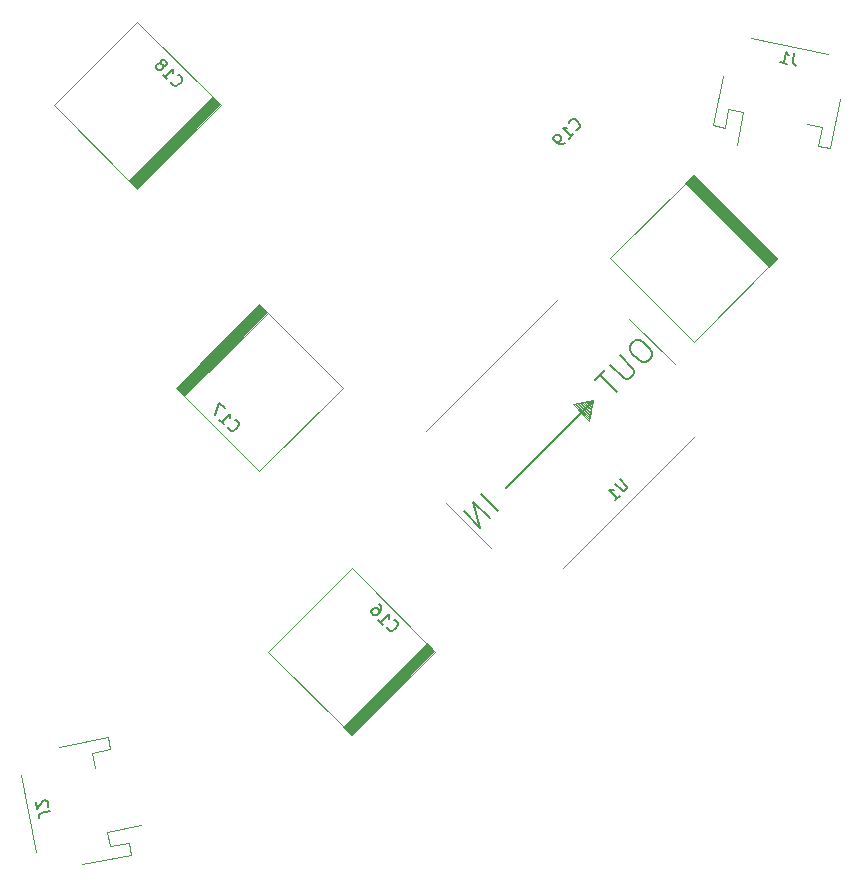
<source format=gbo>
G04 #@! TF.GenerationSoftware,KiCad,Pcbnew,5.1.4+dfsg1-1*
G04 #@! TF.CreationDate,2019-11-16T18:33:33+01:00*
G04 #@! TF.ProjectId,LED-Polyhedron,4c45442d-506f-46c7-9968-6564726f6e2e,rev?*
G04 #@! TF.SameCoordinates,Original*
G04 #@! TF.FileFunction,Legend,Bot*
G04 #@! TF.FilePolarity,Positive*
%FSLAX46Y46*%
G04 Gerber Fmt 4.6, Leading zero omitted, Abs format (unit mm)*
G04 Created by KiCad (PCBNEW 5.1.4+dfsg1-1) date 2019-11-16 18:33:33*
%MOMM*%
%LPD*%
G04 APERTURE LIST*
%ADD10C,0.100000*%
%ADD11C,0.200000*%
%ADD12C,0.120000*%
%ADD13C,0.150000*%
G04 APERTURE END LIST*
D10*
X56390862Y-59745076D02*
X52572485Y-55926699D01*
X71947211Y-44188727D02*
X68128834Y-40370350D01*
X50875429Y-49845581D02*
X62047716Y-38673294D01*
X62471980Y-61442132D02*
X73644267Y-50269845D01*
D11*
X57663654Y-54653907D02*
X65017564Y-47299997D01*
D10*
X65088275Y-47229286D02*
X64734722Y-48997053D01*
X64734722Y-48997053D02*
X63320508Y-47582839D01*
X63320508Y-47582839D02*
X65088275Y-47229286D01*
X63497285Y-47618195D02*
X64699366Y-48820276D01*
X63603351Y-47582839D02*
X64699366Y-48678855D01*
X64770077Y-48608144D02*
X63674062Y-47512129D01*
X63815483Y-47512129D02*
X64805432Y-48502078D01*
X64840788Y-48396012D02*
X63956904Y-47512129D01*
X64062970Y-47476773D02*
X64805432Y-48219235D01*
X64805432Y-48219235D02*
X64840788Y-48113169D01*
X64840788Y-48113169D02*
X64204392Y-47476773D01*
X64204392Y-47476773D02*
X64310458Y-47441418D01*
X64310458Y-47441418D02*
X64876143Y-48007103D01*
X64876143Y-48007103D02*
X64876143Y-47865682D01*
X64876143Y-47865682D02*
X64416524Y-47406063D01*
X64416524Y-47406063D02*
X64557945Y-47406063D01*
X64557945Y-47406063D02*
X64911498Y-47759616D01*
X64911498Y-47759616D02*
X64946854Y-47653550D01*
X64946854Y-47653550D02*
X64664011Y-47370707D01*
X64664011Y-47370707D02*
X64770077Y-47335352D01*
X64770077Y-47335352D02*
X64982209Y-47547484D01*
X64982209Y-47547484D02*
X64982209Y-47406063D01*
X64982209Y-47406063D02*
X64876143Y-47299997D01*
X64876143Y-47299997D02*
X63426574Y-47618195D01*
X65017564Y-47370707D02*
X64699366Y-48890987D01*
X64699366Y-48890987D02*
X64699366Y-48608144D01*
G36*
X80591246Y-35280889D02*
G01*
X79919495Y-35952641D01*
X72848427Y-28881573D01*
X73555534Y-28174466D01*
X80591246Y-35280889D01*
G37*
X80591246Y-35280889D02*
X79919495Y-35952641D01*
X72848427Y-28881573D01*
X73555534Y-28174466D01*
X80591246Y-35280889D01*
X66484466Y-35245534D02*
X73555534Y-28174466D01*
X73555534Y-42316602D02*
X66484466Y-35245534D01*
X80626602Y-35245534D02*
X73555534Y-42316602D01*
X73555534Y-28174466D02*
X80626602Y-35245534D01*
G36*
X44589111Y-75601246D02*
G01*
X43917359Y-74929495D01*
X50988427Y-67858427D01*
X51695534Y-68565534D01*
X44589111Y-75601246D01*
G37*
X44589111Y-75601246D02*
X43917359Y-74929495D01*
X50988427Y-67858427D01*
X51695534Y-68565534D01*
X44589111Y-75601246D01*
X44624466Y-61494466D02*
X51695534Y-68565534D01*
X37553398Y-68565534D02*
X44624466Y-61494466D01*
X44624466Y-75636602D02*
X37553398Y-68565534D01*
X51695534Y-68565534D02*
X44624466Y-75636602D01*
G36*
X36820889Y-39178754D02*
G01*
X37492641Y-39850505D01*
X30421573Y-46921573D01*
X29714466Y-46214466D01*
X36820889Y-39178754D01*
G37*
X36820889Y-39178754D02*
X37492641Y-39850505D01*
X30421573Y-46921573D01*
X29714466Y-46214466D01*
X36820889Y-39178754D01*
X36785534Y-53285534D02*
X29714466Y-46214466D01*
X43856602Y-46214466D02*
X36785534Y-53285534D01*
X36785534Y-39143398D02*
X43856602Y-46214466D01*
X29714466Y-46214466D02*
X36785534Y-39143398D01*
G36*
X26429111Y-29321246D02*
G01*
X25757359Y-28649495D01*
X32828427Y-21578427D01*
X33535534Y-22285534D01*
X26429111Y-29321246D01*
G37*
X26429111Y-29321246D02*
X25757359Y-28649495D01*
X32828427Y-21578427D01*
X33535534Y-22285534D01*
X26429111Y-29321246D01*
X26464466Y-15214466D02*
X33535534Y-22285534D01*
X19393398Y-22285534D02*
X26464466Y-15214466D01*
X26464466Y-29356602D02*
X19393398Y-22285534D01*
X33535534Y-22285534D02*
X26464466Y-29356602D01*
D12*
X78381914Y-16635559D02*
X84939183Y-17910163D01*
X84439490Y-24149451D02*
X83183008Y-23905215D01*
X84134196Y-25720054D02*
X84439490Y-24149451D01*
X85135456Y-25914679D02*
X84134196Y-25720054D01*
X85946394Y-21742764D02*
X85135456Y-25914679D01*
X77764426Y-22851950D02*
X77212988Y-25688852D01*
X76507943Y-22607714D02*
X77764426Y-22851950D01*
X76202648Y-24178318D02*
X76507943Y-22607714D01*
X75201389Y-23983692D02*
X76202648Y-24178318D01*
X76012327Y-19811777D02*
X75201389Y-23983692D01*
X21742764Y-86546394D02*
X25914679Y-85735456D01*
X25914679Y-85735456D02*
X25720054Y-84734196D01*
X25720054Y-84734196D02*
X24149451Y-85039490D01*
X24149451Y-85039490D02*
X23905215Y-83783008D01*
X23905215Y-83783008D02*
X26742118Y-83231570D01*
X19811777Y-76612327D02*
X23983692Y-75801389D01*
X23983692Y-75801389D02*
X24178318Y-76802648D01*
X24178318Y-76802648D02*
X22607714Y-77107943D01*
X22607714Y-77107943D02*
X22851950Y-78364426D01*
X17910163Y-85539183D02*
X16635559Y-78981914D01*
D13*
X67301522Y-53924026D02*
X67873942Y-54496446D01*
X67907614Y-54597461D01*
X67907614Y-54664805D01*
X67873942Y-54765820D01*
X67739255Y-54900507D01*
X67638240Y-54934179D01*
X67570896Y-54934179D01*
X67469881Y-54900507D01*
X66897461Y-54328087D01*
X66897461Y-55742301D02*
X67301522Y-55338240D01*
X67099492Y-55540270D02*
X66392385Y-54833164D01*
X66560744Y-54866835D01*
X66695431Y-54866835D01*
X66796446Y-54833164D01*
X56993585Y-56603501D02*
X55579372Y-55189288D01*
X56320150Y-57276936D02*
X54905937Y-55862723D01*
X55512028Y-58085058D01*
X54097815Y-56670845D01*
X68521110Y-42247550D02*
X68251736Y-42516924D01*
X68184392Y-42718954D01*
X68184392Y-42988328D01*
X68386423Y-43325046D01*
X68857827Y-43796450D01*
X69194545Y-43998481D01*
X69463919Y-43998481D01*
X69665949Y-43931137D01*
X69935323Y-43661763D01*
X70002667Y-43459733D01*
X70002667Y-43190359D01*
X69800636Y-42853641D01*
X69329232Y-42382237D01*
X68992514Y-42180206D01*
X68723140Y-42180206D01*
X68521110Y-42247550D01*
X67308927Y-43459733D02*
X68453766Y-44604572D01*
X68521110Y-44806603D01*
X68521110Y-44941290D01*
X68453766Y-45143320D01*
X68184392Y-45412694D01*
X67982362Y-45480038D01*
X67847675Y-45480038D01*
X67645644Y-45412694D01*
X66500805Y-44267855D01*
X66029400Y-44739259D02*
X65221278Y-45547381D01*
X67039553Y-46557534D02*
X65625339Y-45143320D01*
X63585328Y-24366191D02*
X63652672Y-24366191D01*
X63787359Y-24298847D01*
X63854702Y-24231504D01*
X63922046Y-24096817D01*
X63922046Y-23962130D01*
X63888374Y-23861115D01*
X63787359Y-23692756D01*
X63686344Y-23591741D01*
X63517985Y-23490725D01*
X63416970Y-23457054D01*
X63282283Y-23457054D01*
X63147596Y-23524397D01*
X63080252Y-23591741D01*
X63012909Y-23726428D01*
X63012909Y-23793771D01*
X62979237Y-25106970D02*
X63383298Y-24702909D01*
X63181267Y-24904939D02*
X62474160Y-24197832D01*
X62642519Y-24231504D01*
X62777206Y-24231504D01*
X62878222Y-24197832D01*
X62642519Y-25443687D02*
X62507832Y-25578374D01*
X62406817Y-25612046D01*
X62339473Y-25612046D01*
X62171115Y-25578374D01*
X62002756Y-25477359D01*
X61733382Y-25207985D01*
X61699710Y-25106970D01*
X61699710Y-25039626D01*
X61733382Y-24938611D01*
X61868069Y-24803924D01*
X61969084Y-24770252D01*
X62036428Y-24770252D01*
X62137443Y-24803924D01*
X62305802Y-24972283D01*
X62339473Y-25073298D01*
X62339473Y-25140641D01*
X62305802Y-25241657D01*
X62171115Y-25376344D01*
X62070099Y-25410015D01*
X62002756Y-25410015D01*
X61901741Y-25376344D01*
X47602030Y-66457106D02*
X47602030Y-66524450D01*
X47669374Y-66659137D01*
X47736717Y-66726480D01*
X47871404Y-66793824D01*
X48006091Y-66793824D01*
X48107106Y-66760152D01*
X48275465Y-66659137D01*
X48376480Y-66558122D01*
X48477496Y-66389763D01*
X48511167Y-66288748D01*
X48511167Y-66154061D01*
X48443824Y-66019374D01*
X48376480Y-65952030D01*
X48241793Y-65884687D01*
X48174450Y-65884687D01*
X46861251Y-65851015D02*
X47265312Y-66255076D01*
X47063282Y-66053045D02*
X47770389Y-65345938D01*
X47736717Y-65514297D01*
X47736717Y-65648984D01*
X47770389Y-65750000D01*
X46962267Y-64537816D02*
X47096954Y-64672503D01*
X47130625Y-64773519D01*
X47130625Y-64840862D01*
X47096954Y-65009221D01*
X46995938Y-65177580D01*
X46726564Y-65446954D01*
X46625549Y-65480625D01*
X46558206Y-65480625D01*
X46457190Y-65446954D01*
X46322503Y-65312267D01*
X46288832Y-65211251D01*
X46288832Y-65143908D01*
X46322503Y-65042893D01*
X46490862Y-64874534D01*
X46591877Y-64840862D01*
X46659221Y-64840862D01*
X46760236Y-64874534D01*
X46894923Y-65009221D01*
X46928595Y-65110236D01*
X46928595Y-65177580D01*
X46894923Y-65278595D01*
X34152030Y-49507106D02*
X34152030Y-49574450D01*
X34219374Y-49709137D01*
X34286717Y-49776480D01*
X34421404Y-49843824D01*
X34556091Y-49843824D01*
X34657106Y-49810152D01*
X34825465Y-49709137D01*
X34926480Y-49608122D01*
X35027496Y-49439763D01*
X35061167Y-49338748D01*
X35061167Y-49204061D01*
X34993824Y-49069374D01*
X34926480Y-49002030D01*
X34791793Y-48934687D01*
X34724450Y-48934687D01*
X33411251Y-48901015D02*
X33815312Y-49305076D01*
X33613282Y-49103045D02*
X34320389Y-48395938D01*
X34286717Y-48564297D01*
X34286717Y-48698984D01*
X34320389Y-48800000D01*
X33882656Y-47958206D02*
X33411251Y-47486801D01*
X33007190Y-48496954D01*
X29352030Y-20307106D02*
X29352030Y-20374450D01*
X29419374Y-20509137D01*
X29486717Y-20576480D01*
X29621404Y-20643824D01*
X29756091Y-20643824D01*
X29857106Y-20610152D01*
X30025465Y-20509137D01*
X30126480Y-20408122D01*
X30227496Y-20239763D01*
X30261167Y-20138748D01*
X30261167Y-20004061D01*
X30193824Y-19869374D01*
X30126480Y-19802030D01*
X29991793Y-19734687D01*
X29924450Y-19734687D01*
X28611251Y-19701015D02*
X29015312Y-20105076D01*
X28813282Y-19903045D02*
X29520389Y-19195938D01*
X29486717Y-19364297D01*
X29486717Y-19498984D01*
X29520389Y-19600000D01*
X28611251Y-18892893D02*
X28712267Y-18926564D01*
X28779610Y-18926564D01*
X28880625Y-18892893D01*
X28914297Y-18859221D01*
X28947969Y-18758206D01*
X28947969Y-18690862D01*
X28914297Y-18589847D01*
X28779610Y-18455160D01*
X28678595Y-18421488D01*
X28611251Y-18421488D01*
X28510236Y-18455160D01*
X28476564Y-18488832D01*
X28442893Y-18589847D01*
X28442893Y-18657190D01*
X28476564Y-18758206D01*
X28611251Y-18892893D01*
X28644923Y-18993908D01*
X28644923Y-19061251D01*
X28611251Y-19162267D01*
X28476564Y-19296954D01*
X28375549Y-19330625D01*
X28308206Y-19330625D01*
X28207190Y-19296954D01*
X28072503Y-19162267D01*
X28038832Y-19061251D01*
X28038832Y-18993908D01*
X28072503Y-18892893D01*
X28207190Y-18758206D01*
X28308206Y-18724534D01*
X28375549Y-18724534D01*
X28476564Y-18758206D01*
X82081699Y-17876045D02*
X81945407Y-18577207D01*
X81964893Y-18726526D01*
X82040209Y-18838186D01*
X82171355Y-18912189D01*
X82264843Y-18930361D01*
X80909263Y-18666863D02*
X81470193Y-18775897D01*
X81189728Y-18721380D02*
X81380537Y-17739753D01*
X81446767Y-17898157D01*
X81522083Y-18009818D01*
X81606485Y-18074734D01*
X19051160Y-82072718D02*
X18349998Y-82209010D01*
X18218852Y-82283013D01*
X18143536Y-82394673D01*
X18124050Y-82543992D01*
X18142222Y-82637480D01*
X18875897Y-81670193D02*
X18913555Y-81614363D01*
X18942127Y-81511788D01*
X18896696Y-81278067D01*
X18831779Y-81193665D01*
X18775949Y-81156007D01*
X18673375Y-81127435D01*
X18579886Y-81145608D01*
X18448740Y-81219610D01*
X17996844Y-81889574D01*
X17878724Y-81281900D01*
M02*

</source>
